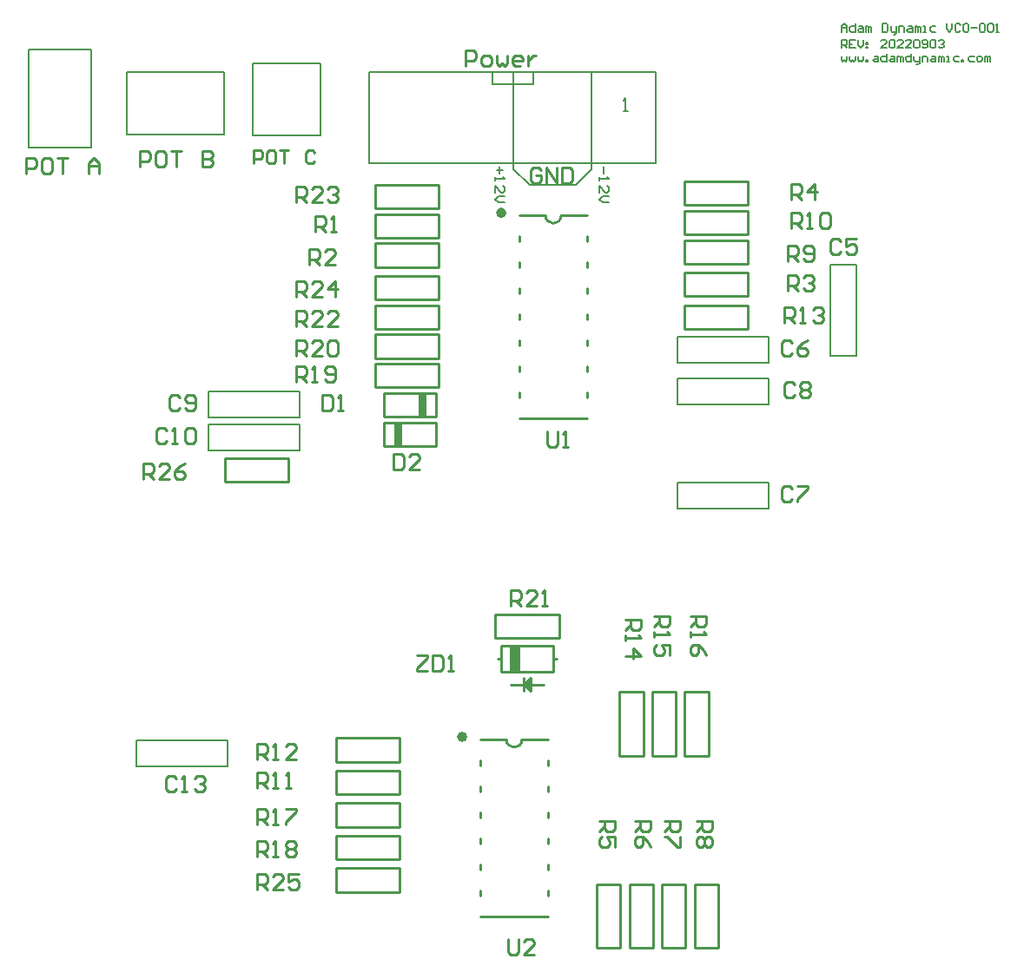
<source format=gto>
G04*
G04 #@! TF.GenerationSoftware,Altium Limited,Altium Designer,20.0.2 (26)*
G04*
G04 Layer_Color=65535*
%FSLAX43Y43*%
%MOMM*%
G71*
G01*
G75*
%ADD10C,0.508*%
%ADD11C,0.254*%
%ADD12C,0.127*%
%ADD13C,0.200*%
%ADD14C,0.150*%
%ADD15C,0.203*%
D10*
X43434Y95515D02*
G03*
X43434Y95515I-254J0D01*
G01*
X47244Y146633D02*
G03*
X47244Y146633I-254J0D01*
G01*
D11*
X47498Y95261D02*
G03*
X49022Y95261I762J0D01*
G01*
X51308Y146378D02*
G03*
X52832Y146378I762J0D01*
G01*
X44958Y77989D02*
X51562D01*
X44958Y82561D02*
Y83069D01*
Y80021D02*
Y80529D01*
Y87641D02*
Y88149D01*
Y85101D02*
Y85609D01*
Y92721D02*
Y93229D01*
Y90181D02*
Y90689D01*
X51562Y82561D02*
Y83069D01*
Y80021D02*
Y80529D01*
Y87641D02*
Y88149D01*
Y85101D02*
Y85609D01*
Y90181D02*
Y90689D01*
Y92721D02*
Y93229D01*
X49022Y95261D02*
X51562D01*
X44958D02*
X47498D01*
X39560Y126757D02*
Y129043D01*
X39306Y126757D02*
Y129043D01*
X39052Y126757D02*
Y129043D01*
X35560Y126757D02*
X40640D01*
X35560D02*
Y129043D01*
X40640Y126757D02*
Y129043D01*
X35560D02*
X40640D01*
X49629Y100178D02*
X49662Y101044D01*
X49847Y99960D02*
Y101230D01*
X47942Y100595D02*
X51117D01*
X49212D02*
X49847Y99960D01*
X49212Y100595D02*
X49847Y101230D01*
X49212Y99960D02*
Y101230D01*
X46990Y104405D02*
X52070D01*
Y101865D02*
Y104405D01*
X46990Y101865D02*
Y104405D01*
Y101865D02*
X52070D01*
X47942D02*
Y104405D01*
Y101865D02*
Y104405D01*
X48196Y101865D02*
Y104405D01*
X48450Y101865D02*
Y104405D01*
X48704Y101865D02*
Y104405D01*
X52070Y103135D02*
X52387D01*
X46672D02*
X46990D01*
X48768Y146379D02*
X51308D01*
X52832D02*
X55372D01*
X48768Y126567D02*
X55372D01*
Y143839D02*
Y144347D01*
Y141299D02*
Y141807D01*
Y136219D02*
Y136727D01*
Y138759D02*
Y139267D01*
Y131139D02*
Y131647D01*
Y133679D02*
Y134187D01*
X48768Y141299D02*
Y141807D01*
Y143839D02*
Y144347D01*
Y136219D02*
Y136727D01*
Y138759D02*
Y139267D01*
Y131139D02*
Y131647D01*
Y133679D02*
Y134187D01*
Y128599D02*
Y129107D01*
X55372Y128599D02*
Y129107D01*
X20077Y120400D02*
X26277D01*
X20077D02*
Y122700D01*
X26277Y120400D02*
Y122700D01*
X20077D02*
X26277D01*
X34682Y146513D02*
X40882D01*
Y144213D02*
Y146513D01*
X34682Y144213D02*
Y146513D01*
Y144213D02*
X40882D01*
X34682Y143655D02*
X40882D01*
Y141355D02*
Y143655D01*
X34682Y141355D02*
Y143655D01*
Y141355D02*
X40882D01*
X34682Y149370D02*
X40882D01*
Y147070D02*
Y149370D01*
X34682Y147070D02*
Y149370D01*
Y147070D02*
X40882D01*
X34682Y134765D02*
X40882D01*
Y132465D02*
Y134765D01*
X34682Y132465D02*
Y134765D01*
Y132465D02*
X40882D01*
X34682Y140480D02*
X40882D01*
Y138180D02*
Y140480D01*
X34682Y138180D02*
Y140480D01*
Y138180D02*
X40882D01*
X34682Y137623D02*
X40882D01*
Y135323D02*
Y137623D01*
X34682Y135323D02*
Y137623D01*
Y135323D02*
X40882D01*
X64845Y143973D02*
X71045D01*
Y141673D02*
Y143973D01*
X64845Y141673D02*
Y143973D01*
Y141673D02*
X71045D01*
X64845Y140798D02*
X71045D01*
Y138498D02*
Y140798D01*
X64845Y138498D02*
Y140798D01*
Y138498D02*
X71045D01*
X64845Y137623D02*
X71045D01*
Y135323D02*
Y137623D01*
X64845Y135323D02*
Y137623D01*
Y135323D02*
X71045D01*
X61792Y74952D02*
Y81153D01*
X59492Y74952D02*
X61792D01*
X59492Y81153D02*
X61792D01*
X59492Y74952D02*
Y81153D01*
X64967Y74952D02*
Y81153D01*
X62667Y74952D02*
X64967D01*
X62667Y81153D02*
X64967D01*
X62667Y74952D02*
Y81153D01*
X58617Y74952D02*
Y81152D01*
X56317Y74952D02*
X58617D01*
X56317Y81152D02*
X58617D01*
X56317Y74952D02*
Y81152D01*
X30872Y85870D02*
X37072D01*
Y83570D02*
Y85870D01*
X30872Y83570D02*
Y85870D01*
Y83570D02*
X37072D01*
X30872Y82695D02*
X37072D01*
Y80395D02*
Y82695D01*
X30872Y80395D02*
Y82695D01*
Y80395D02*
X37072D01*
X61715Y93685D02*
Y99885D01*
X64015D01*
X61715Y93685D02*
X64015D01*
Y99885D01*
X60840Y93685D02*
Y99885D01*
X58540Y93685D02*
X60840D01*
X58540Y99885D02*
X60840D01*
X58540Y93685D02*
Y99885D01*
X68142Y74952D02*
Y81152D01*
X65842Y74952D02*
X68142D01*
X65842Y81152D02*
X68142D01*
X65842Y74952D02*
Y81152D01*
X30872Y86745D02*
X37072D01*
X30872D02*
Y89045D01*
X37072Y86745D02*
Y89045D01*
X30872D02*
X37072D01*
X35560Y123900D02*
X40640D01*
X35560D02*
Y126186D01*
X40640Y123900D02*
Y126186D01*
X35560D02*
X40640D01*
X37147Y123900D02*
Y126186D01*
X36893Y123900D02*
Y126186D01*
X36639Y123900D02*
Y126186D01*
X30872Y89920D02*
X37072D01*
X30872D02*
Y92220D01*
X37072Y89920D02*
Y92220D01*
X30872D02*
X37072D01*
X30872Y93095D02*
X37072D01*
X30872D02*
Y95395D01*
X37072Y93095D02*
Y95395D01*
X30872D02*
X37072D01*
X67190Y93685D02*
Y99885D01*
X64890Y93685D02*
X67190D01*
X64890Y99885D02*
X67190D01*
X64890Y93685D02*
Y99885D01*
X46430Y105160D02*
X52630D01*
X46430D02*
Y107460D01*
X52630Y105160D02*
Y107460D01*
X46430D02*
X52630D01*
X34682Y131908D02*
X40882D01*
Y129608D02*
Y131908D01*
X34682Y129608D02*
Y131908D01*
Y129608D02*
X40882D01*
X64845Y144530D02*
X71045D01*
X64845D02*
Y146830D01*
X71045Y144530D02*
Y146830D01*
X64845D02*
X71045D01*
X64845Y149688D02*
X71045D01*
Y147388D02*
Y149688D01*
X64845Y147388D02*
Y149688D01*
Y147388D02*
X71045D01*
X50863Y150812D02*
X50609Y151066D01*
X50101D01*
X49847Y150812D01*
Y149796D01*
X50101Y149542D01*
X50609D01*
X50863Y149796D01*
Y150304D01*
X50355D01*
X51371Y149542D02*
Y151066D01*
X52387Y149542D01*
Y151066D01*
X52895D02*
Y149542D01*
X53656D01*
X53910Y149796D01*
Y150812D01*
X53656Y151066D01*
X52895D01*
X12065Y120650D02*
Y122174D01*
X12827D01*
X13081Y121920D01*
Y121412D01*
X12827Y121158D01*
X12065D01*
X12573D02*
X13081Y120650D01*
X14604D02*
X13589D01*
X14604Y121666D01*
Y121920D01*
X14350Y122174D01*
X13842D01*
X13589Y121920D01*
X16128Y122174D02*
X15620Y121920D01*
X15112Y121412D01*
Y120904D01*
X15366Y120650D01*
X15874D01*
X16128Y120904D01*
Y121158D01*
X15874Y121412D01*
X15112D01*
X59055Y106945D02*
X60578D01*
Y106183D01*
X60325Y105929D01*
X59817D01*
X59563Y106183D01*
Y106945D01*
Y106437D02*
X59055Y105929D01*
Y105422D02*
Y104914D01*
Y105168D01*
X60578D01*
X60325Y105422D01*
X59055Y103390D02*
X60578D01*
X59817Y104152D01*
Y103136D01*
X51435Y125349D02*
Y124079D01*
X51689Y123825D01*
X52197D01*
X52451Y124079D01*
Y125349D01*
X52959Y123825D02*
X53466D01*
X53212D01*
Y125349D01*
X52959Y125095D01*
X26987Y138430D02*
Y139954D01*
X27749D01*
X28003Y139700D01*
Y139192D01*
X27749Y138938D01*
X26987D01*
X27495D02*
X28003Y138430D01*
X29527D02*
X28511D01*
X29527Y139446D01*
Y139700D01*
X29273Y139954D01*
X28765D01*
X28511Y139700D01*
X30796Y138430D02*
Y139954D01*
X30035Y139192D01*
X31050D01*
X26987Y147637D02*
Y149161D01*
X27749D01*
X28003Y148907D01*
Y148399D01*
X27749Y148145D01*
X26987D01*
X27495D02*
X28003Y147637D01*
X29527D02*
X28511D01*
X29527Y148653D01*
Y148907D01*
X29273Y149161D01*
X28765D01*
X28511Y148907D01*
X30035D02*
X30288Y149161D01*
X30796D01*
X31050Y148907D01*
Y148653D01*
X30796Y148399D01*
X30542D01*
X30796D01*
X31050Y148145D01*
Y147891D01*
X30796Y147637D01*
X30288D01*
X30035Y147891D01*
X26987Y135572D02*
Y137096D01*
X27749D01*
X28003Y136842D01*
Y136334D01*
X27749Y136080D01*
X26987D01*
X27495D02*
X28003Y135572D01*
X29527D02*
X28511D01*
X29527Y136588D01*
Y136842D01*
X29273Y137096D01*
X28765D01*
X28511Y136842D01*
X31050Y135572D02*
X30035D01*
X31050Y136588D01*
Y136842D01*
X30796Y137096D01*
X30288D01*
X30035Y136842D01*
X47943Y108268D02*
Y109791D01*
X48704D01*
X48958Y109537D01*
Y109029D01*
X48704Y108775D01*
X47943D01*
X48450D02*
X48958Y108268D01*
X50482D02*
X49466D01*
X50482Y109283D01*
Y109537D01*
X50228Y109791D01*
X49720D01*
X49466Y109537D01*
X50990Y108268D02*
X51497D01*
X51243D01*
Y109791D01*
X50990Y109537D01*
X26987Y132715D02*
Y134239D01*
X27749D01*
X28003Y133985D01*
Y133477D01*
X27749Y133223D01*
X26987D01*
X27495D02*
X28003Y132715D01*
X29527D02*
X28511D01*
X29527Y133731D01*
Y133985D01*
X29273Y134239D01*
X28765D01*
X28511Y133985D01*
X30035D02*
X30288Y134239D01*
X30796D01*
X31050Y133985D01*
Y132969D01*
X30796Y132715D01*
X30288D01*
X30035Y132969D01*
Y133985D01*
X26987Y130175D02*
Y131699D01*
X27749D01*
X28003Y131445D01*
Y130937D01*
X27749Y130683D01*
X26987D01*
X27495D02*
X28003Y130175D01*
X28511D02*
X29019D01*
X28765D01*
Y131699D01*
X28511Y131445D01*
X29781Y130429D02*
X30035Y130175D01*
X30542D01*
X30796Y130429D01*
Y131445D01*
X30542Y131699D01*
X30035D01*
X29781Y131445D01*
Y131191D01*
X30035Y130937D01*
X30796D01*
X74613Y135890D02*
Y137414D01*
X75374D01*
X75628Y137160D01*
Y136652D01*
X75374Y136398D01*
X74613D01*
X75120D02*
X75628Y135890D01*
X76136D02*
X76644D01*
X76390D01*
Y137414D01*
X76136Y137160D01*
X77406D02*
X77660Y137414D01*
X78167D01*
X78421Y137160D01*
Y136906D01*
X78167Y136652D01*
X77913D01*
X78167D01*
X78421Y136398D01*
Y136144D01*
X78167Y135890D01*
X77660D01*
X77406Y136144D01*
X75247Y145098D02*
Y146621D01*
X76009D01*
X76263Y146367D01*
Y145859D01*
X76009Y145605D01*
X75247D01*
X75755D02*
X76263Y145098D01*
X76771D02*
X77279D01*
X77025D01*
Y146621D01*
X76771Y146367D01*
X78041D02*
X78295Y146621D01*
X78802D01*
X79056Y146367D01*
Y145351D01*
X78802Y145098D01*
X78295D01*
X78041Y145351D01*
Y146367D01*
X74930Y141923D02*
Y143446D01*
X75692D01*
X75946Y143192D01*
Y142684D01*
X75692Y142430D01*
X74930D01*
X75438D02*
X75946Y141923D01*
X76454Y142176D02*
X76707Y141923D01*
X77215D01*
X77469Y142176D01*
Y143192D01*
X77215Y143446D01*
X76707D01*
X76454Y143192D01*
Y142938D01*
X76707Y142684D01*
X77469D01*
X75247Y147955D02*
Y149479D01*
X76009D01*
X76263Y149225D01*
Y148717D01*
X76009Y148463D01*
X75247D01*
X75755D02*
X76263Y147955D01*
X77533D02*
Y149479D01*
X76771Y148717D01*
X77787D01*
X74930Y139065D02*
Y140589D01*
X75692D01*
X75946Y140335D01*
Y139827D01*
X75692Y139573D01*
X74930D01*
X75438D02*
X75946Y139065D01*
X76454Y140335D02*
X76707Y140589D01*
X77215D01*
X77469Y140335D01*
Y140081D01*
X77215Y139827D01*
X76961D01*
X77215D01*
X77469Y139573D01*
Y139319D01*
X77215Y139065D01*
X76707D01*
X76454Y139319D01*
X28257Y141605D02*
Y143129D01*
X29019D01*
X29273Y142875D01*
Y142367D01*
X29019Y142113D01*
X28257D01*
X28765D02*
X29273Y141605D01*
X30797D02*
X29781D01*
X30797Y142621D01*
Y142875D01*
X30543Y143129D01*
X30035D01*
X29781Y142875D01*
X28892Y144780D02*
Y146304D01*
X29654D01*
X29908Y146050D01*
Y145542D01*
X29654Y145288D01*
X28892D01*
X29400D02*
X29908Y144780D01*
X30416D02*
X30924D01*
X30670D01*
Y146304D01*
X30416Y146050D01*
X635Y150495D02*
Y152019D01*
X1397D01*
X1651Y151765D01*
Y151257D01*
X1397Y151003D01*
X635D01*
X2920Y152019D02*
X2412D01*
X2159Y151765D01*
Y150749D01*
X2412Y150495D01*
X2920D01*
X3174Y150749D01*
Y151765D01*
X2920Y152019D01*
X3682D02*
X4698D01*
X4190D01*
Y150495D01*
X6729D02*
Y151511D01*
X7237Y152019D01*
X7745Y151511D01*
Y150495D01*
Y151257D01*
X6729D01*
X11748Y151130D02*
Y152654D01*
X12509D01*
X12763Y152400D01*
Y151892D01*
X12509Y151638D01*
X11748D01*
X14033Y152654D02*
X13525D01*
X13271Y152400D01*
Y151384D01*
X13525Y151130D01*
X14033D01*
X14287Y151384D01*
Y152400D01*
X14033Y152654D01*
X14795D02*
X15810D01*
X15302D01*
Y151130D01*
X17842Y152654D02*
Y151130D01*
X18603D01*
X18857Y151384D01*
Y151638D01*
X18603Y151892D01*
X17842D01*
X18603D01*
X18857Y152146D01*
Y152400D01*
X18603Y152654D01*
X17842D01*
X22860Y151447D02*
Y152717D01*
X23495D01*
X23706Y152505D01*
Y152082D01*
X23495Y151871D01*
X22860D01*
X24764Y152717D02*
X24341D01*
X24130Y152505D01*
Y151659D01*
X24341Y151447D01*
X24764D01*
X24976Y151659D01*
Y152505D01*
X24764Y152717D01*
X25399D02*
X26246D01*
X25822D01*
Y151447D01*
X28785Y152505D02*
X28573Y152717D01*
X28150D01*
X27938Y152505D01*
Y151659D01*
X28150Y151447D01*
X28573D01*
X28785Y151659D01*
X80073Y143827D02*
X79819Y144081D01*
X79311D01*
X79058Y143827D01*
Y142811D01*
X79311Y142557D01*
X79819D01*
X80073Y142811D01*
X81597Y144081D02*
X80581D01*
Y143319D01*
X81089Y143573D01*
X81343D01*
X81597Y143319D01*
Y142811D01*
X81343Y142557D01*
X80835D01*
X80581Y142811D01*
X75311Y133985D02*
X75057Y134239D01*
X74549D01*
X74295Y133985D01*
Y132969D01*
X74549Y132715D01*
X75057D01*
X75311Y132969D01*
X76834Y134239D02*
X76326Y133985D01*
X75819Y133477D01*
Y132969D01*
X76072Y132715D01*
X76580D01*
X76834Y132969D01*
Y133223D01*
X76580Y133477D01*
X75819D01*
X75311Y119697D02*
X75057Y119951D01*
X74549D01*
X74295Y119697D01*
Y118681D01*
X74549Y118427D01*
X75057D01*
X75311Y118681D01*
X75819Y119951D02*
X76834D01*
Y119697D01*
X75819Y118681D01*
Y118427D01*
X38735Y103441D02*
X39751D01*
Y103187D01*
X38735Y102171D01*
Y101918D01*
X39751D01*
X40259Y103441D02*
Y101918D01*
X41020D01*
X41274Y102171D01*
Y103187D01*
X41020Y103441D01*
X40259D01*
X41782Y101918D02*
X42290D01*
X42036D01*
Y103441D01*
X41782Y103187D01*
X43498Y160973D02*
Y162496D01*
X44259D01*
X44513Y162242D01*
Y161734D01*
X44259Y161480D01*
X43498D01*
X45275Y160973D02*
X45783D01*
X46037Y161226D01*
Y161734D01*
X45783Y161988D01*
X45275D01*
X45021Y161734D01*
Y161226D01*
X45275Y160973D01*
X46545Y161988D02*
Y161226D01*
X46798Y160973D01*
X47052Y161226D01*
X47306Y160973D01*
X47560Y161226D01*
Y161988D01*
X48830Y160973D02*
X48322D01*
X48068Y161226D01*
Y161734D01*
X48322Y161988D01*
X48830D01*
X49084Y161734D01*
Y161480D01*
X48068D01*
X49592Y161988D02*
Y160973D01*
Y161480D01*
X49845Y161734D01*
X50099Y161988D01*
X50353D01*
X15303Y91440D02*
X15049Y91694D01*
X14541D01*
X14288Y91440D01*
Y90424D01*
X14541Y90170D01*
X15049D01*
X15303Y90424D01*
X15811Y90170D02*
X16319D01*
X16065D01*
Y91694D01*
X15811Y91440D01*
X17081D02*
X17335Y91694D01*
X17842D01*
X18096Y91440D01*
Y91186D01*
X17842Y90932D01*
X17588D01*
X17842D01*
X18096Y90678D01*
Y90424D01*
X17842Y90170D01*
X17335D01*
X17081Y90424D01*
X14351Y125412D02*
X14097Y125666D01*
X13589D01*
X13335Y125412D01*
Y124396D01*
X13589Y124143D01*
X14097D01*
X14351Y124396D01*
X14859Y124143D02*
X15366D01*
X15112D01*
Y125666D01*
X14859Y125412D01*
X16128D02*
X16382Y125666D01*
X16890D01*
X17144Y125412D01*
Y124396D01*
X16890Y124143D01*
X16382D01*
X16128Y124396D01*
Y125412D01*
X15621Y128587D02*
X15367Y128841D01*
X14859D01*
X14605Y128587D01*
Y127571D01*
X14859Y127317D01*
X15367D01*
X15621Y127571D01*
X16129D02*
X16382Y127317D01*
X16890D01*
X17144Y127571D01*
Y128587D01*
X16890Y128841D01*
X16382D01*
X16129Y128587D01*
Y128333D01*
X16382Y128079D01*
X17144D01*
X75628Y129857D02*
X75374Y130111D01*
X74866D01*
X74613Y129857D01*
Y128841D01*
X74866Y128587D01*
X75374D01*
X75628Y128841D01*
X76136Y129857D02*
X76390Y130111D01*
X76898D01*
X77152Y129857D01*
Y129603D01*
X76898Y129349D01*
X77152Y129095D01*
Y128841D01*
X76898Y128587D01*
X76390D01*
X76136Y128841D01*
Y129095D01*
X76390Y129349D01*
X76136Y129603D01*
Y129857D01*
X76390Y129349D02*
X76898D01*
X29528Y128841D02*
Y127317D01*
X30289D01*
X30543Y127571D01*
Y128587D01*
X30289Y128841D01*
X29528D01*
X31051Y127317D02*
X31559D01*
X31305D01*
Y128841D01*
X31051Y128587D01*
X36512Y123074D02*
Y121550D01*
X37274D01*
X37528Y121804D01*
Y122820D01*
X37274Y123074D01*
X36512D01*
X39052Y121550D02*
X38036D01*
X39052Y122566D01*
Y122820D01*
X38798Y123074D01*
X38290D01*
X38036Y122820D01*
X56515Y87260D02*
X58038D01*
Y86498D01*
X57785Y86244D01*
X57277D01*
X57023Y86498D01*
Y87260D01*
Y86752D02*
X56515Y86244D01*
X58038Y84721D02*
Y85737D01*
X57277D01*
X57531Y85229D01*
Y84975D01*
X57277Y84721D01*
X56769D01*
X56515Y84975D01*
Y85483D01*
X56769Y85737D01*
X60007Y87260D02*
X61531D01*
Y86498D01*
X61277Y86244D01*
X60769D01*
X60515Y86498D01*
Y87260D01*
Y86752D02*
X60007Y86244D01*
X61531Y84721D02*
X61277Y85229D01*
X60769Y85737D01*
X60261D01*
X60007Y85483D01*
Y84975D01*
X60261Y84721D01*
X60515D01*
X60769Y84975D01*
Y85737D01*
X62865Y87260D02*
X64388D01*
Y86498D01*
X64135Y86244D01*
X63627D01*
X63373Y86498D01*
Y87260D01*
Y86752D02*
X62865Y86244D01*
X64388Y85737D02*
Y84721D01*
X64135D01*
X63119Y85737D01*
X62865D01*
X66040Y87260D02*
X67563D01*
Y86498D01*
X67310Y86244D01*
X66802D01*
X66548Y86498D01*
Y87260D01*
Y86752D02*
X66040Y86244D01*
X67310Y85737D02*
X67563Y85483D01*
Y84975D01*
X67310Y84721D01*
X67056D01*
X66802Y84975D01*
X66548Y84721D01*
X66294D01*
X66040Y84975D01*
Y85483D01*
X66294Y85737D01*
X66548D01*
X66802Y85483D01*
X67056Y85737D01*
X67310D01*
X66802Y85483D02*
Y84975D01*
X23177Y90488D02*
Y92011D01*
X23939D01*
X24193Y91757D01*
Y91249D01*
X23939Y90995D01*
X23177D01*
X23685D02*
X24193Y90488D01*
X24701D02*
X25209D01*
X24955D01*
Y92011D01*
X24701Y91757D01*
X25971Y90488D02*
X26478D01*
X26225D01*
Y92011D01*
X25971Y91757D01*
X23177Y93345D02*
Y94869D01*
X23939D01*
X24193Y94615D01*
Y94107D01*
X23939Y93853D01*
X23177D01*
X23685D02*
X24193Y93345D01*
X24701D02*
X25209D01*
X24955D01*
Y94869D01*
X24701Y94615D01*
X26986Y93345D02*
X25971D01*
X26986Y94361D01*
Y94615D01*
X26732Y94869D01*
X26225D01*
X25971Y94615D01*
X61912Y107262D02*
X63436D01*
Y106501D01*
X63182Y106247D01*
X62674D01*
X62420Y106501D01*
Y107262D01*
Y106755D02*
X61912Y106247D01*
Y105739D02*
Y105231D01*
Y105485D01*
X63436D01*
X63182Y105739D01*
X63436Y103454D02*
Y104469D01*
X62674D01*
X62928Y103962D01*
Y103708D01*
X62674Y103454D01*
X62166D01*
X61912Y103708D01*
Y104215D01*
X62166Y104469D01*
X65405Y107262D02*
X66928D01*
Y106501D01*
X66675Y106247D01*
X66167D01*
X65913Y106501D01*
Y107262D01*
Y106755D02*
X65405Y106247D01*
Y105739D02*
Y105231D01*
Y105485D01*
X66928D01*
X66675Y105739D01*
X66928Y103454D02*
X66675Y103962D01*
X66167Y104469D01*
X65659D01*
X65405Y104215D01*
Y103708D01*
X65659Y103454D01*
X65913D01*
X66167Y103708D01*
Y104469D01*
X23177Y86995D02*
Y88519D01*
X23939D01*
X24193Y88265D01*
Y87757D01*
X23939Y87503D01*
X23177D01*
X23685D02*
X24193Y86995D01*
X24701D02*
X25209D01*
X24955D01*
Y88519D01*
X24701Y88265D01*
X25971Y88519D02*
X26986D01*
Y88265D01*
X25971Y87249D01*
Y86995D01*
X23177Y83820D02*
Y85344D01*
X23939D01*
X24193Y85090D01*
Y84582D01*
X23939Y84328D01*
X23177D01*
X23685D02*
X24193Y83820D01*
X24701D02*
X25209D01*
X24955D01*
Y85344D01*
X24701Y85090D01*
X25971D02*
X26225Y85344D01*
X26732D01*
X26986Y85090D01*
Y84836D01*
X26732Y84582D01*
X26986Y84328D01*
Y84074D01*
X26732Y83820D01*
X26225D01*
X25971Y84074D01*
Y84328D01*
X26225Y84582D01*
X25971Y84836D01*
Y85090D01*
X26225Y84582D02*
X26732D01*
X23177Y80645D02*
Y82169D01*
X23939D01*
X24193Y81915D01*
Y81407D01*
X23939Y81153D01*
X23177D01*
X23685D02*
X24193Y80645D01*
X25717D02*
X24701D01*
X25717Y81661D01*
Y81915D01*
X25463Y82169D01*
X24955D01*
X24701Y81915D01*
X27240Y82169D02*
X26225D01*
Y81407D01*
X26732Y81661D01*
X26986D01*
X27240Y81407D01*
Y80899D01*
X26986Y80645D01*
X26478D01*
X26225Y80899D01*
X47625Y75819D02*
Y74549D01*
X47879Y74295D01*
X48387D01*
X48641Y74549D01*
Y75819D01*
X50164Y74295D02*
X49149D01*
X50164Y75311D01*
Y75565D01*
X49910Y75819D01*
X49402D01*
X49149Y75565D01*
D12*
X55811Y150914D02*
Y160439D01*
X54224Y149326D02*
X55811Y150914D01*
X49779Y149326D02*
X54224D01*
X48191Y150914D02*
X49779Y149326D01*
X48191Y150914D02*
Y160494D01*
X46100Y159142D02*
Y160393D01*
Y159142D02*
X50100D01*
Y160393D01*
X34130Y151503D02*
X62070D01*
Y160393D01*
X34130D02*
X62070D01*
X34130Y151503D02*
Y160393D01*
X29335Y154180D02*
Y161234D01*
X22735Y154180D02*
X29335D01*
X22735D02*
Y161234D01*
X29335D01*
X953Y153035D02*
X7049D01*
Y162560D01*
X953D02*
X7049D01*
X953Y153035D02*
Y162560D01*
X10477Y154305D02*
X20003D01*
X10477D02*
Y160401D01*
X20003D01*
Y154305D02*
Y160401D01*
D13*
X79057Y132662D02*
Y141552D01*
Y132662D02*
X81597D01*
Y141552D01*
X79057D02*
X81597D01*
X20320Y92658D02*
Y95198D01*
X11430Y92658D02*
X20320D01*
X11430D02*
Y95198D01*
X20320D01*
X64135Y117793D02*
Y120333D01*
X73025D01*
Y117793D02*
Y120333D01*
X64135Y117793D02*
X73025D01*
X64135Y134568D02*
X73025D01*
X64135Y132028D02*
Y134568D01*
Y132028D02*
X73025D01*
Y134568D01*
X18415Y123455D02*
X27305D01*
Y125995D01*
X18415D02*
X27305D01*
X18415Y123455D02*
Y125995D01*
X64135Y127953D02*
X73025D01*
Y130493D01*
X64135D02*
X73025D01*
X64135Y127953D02*
Y130493D01*
X18415Y126630D02*
Y129170D01*
X27305D01*
Y126630D02*
Y129170D01*
X18415Y126630D02*
X27305D01*
X46855Y151130D02*
Y150464D01*
X47188Y150797D02*
X46522D01*
X46355Y150130D02*
Y149797D01*
Y149964D01*
X47355D01*
X47188Y150130D01*
X46355Y148631D02*
Y149297D01*
X47021Y148631D01*
X47188D01*
X47355Y148797D01*
Y149131D01*
X47188Y149297D01*
X47355Y148298D02*
X46688D01*
X46355Y147964D01*
X46688Y147631D01*
X47355D01*
X57015Y151130D02*
Y150464D01*
X56515Y150130D02*
Y149797D01*
Y149964D01*
X57515D01*
X57348Y150130D01*
X56515Y148631D02*
Y149297D01*
X57181Y148631D01*
X57348D01*
X57515Y148797D01*
Y149131D01*
X57348Y149297D01*
X57515Y148298D02*
X56848D01*
X56515Y147964D01*
X56848Y147631D01*
X57515D01*
D14*
X80160Y164295D02*
Y164828D01*
X80427Y165095D01*
X80693Y164828D01*
Y164295D01*
Y164695D01*
X80160D01*
X81493Y165095D02*
Y164295D01*
X81093D01*
X80960Y164428D01*
Y164695D01*
X81093Y164828D01*
X81493D01*
X81893D02*
X82159D01*
X82293Y164695D01*
Y164295D01*
X81893D01*
X81759Y164428D01*
X81893Y164562D01*
X82293D01*
X82559Y164295D02*
Y164828D01*
X82693D01*
X82826Y164695D01*
Y164295D01*
Y164695D01*
X82959Y164828D01*
X83092Y164695D01*
Y164295D01*
X84159Y165095D02*
Y164295D01*
X84559D01*
X84692Y164428D01*
Y164961D01*
X84559Y165095D01*
X84159D01*
X84958Y164828D02*
Y164428D01*
X85092Y164295D01*
X85492D01*
Y164162D01*
X85358Y164028D01*
X85225D01*
X85492Y164295D02*
Y164828D01*
X85758Y164295D02*
Y164828D01*
X86158D01*
X86291Y164695D01*
Y164295D01*
X86691Y164828D02*
X86958D01*
X87091Y164695D01*
Y164295D01*
X86691D01*
X86558Y164428D01*
X86691Y164562D01*
X87091D01*
X87358Y164295D02*
Y164828D01*
X87491D01*
X87624Y164695D01*
Y164295D01*
Y164695D01*
X87758Y164828D01*
X87891Y164695D01*
Y164295D01*
X88157D02*
X88424D01*
X88291D01*
Y164828D01*
X88157D01*
X89357D02*
X88957D01*
X88824Y164695D01*
Y164428D01*
X88957Y164295D01*
X89357D01*
X90423Y165095D02*
Y164562D01*
X90690Y164295D01*
X90957Y164562D01*
Y165095D01*
X91756Y164961D02*
X91623Y165095D01*
X91356D01*
X91223Y164961D01*
Y164428D01*
X91356Y164295D01*
X91623D01*
X91756Y164428D01*
X92423Y165095D02*
X92156D01*
X92023Y164961D01*
Y164428D01*
X92156Y164295D01*
X92423D01*
X92556Y164428D01*
Y164961D01*
X92423Y165095D01*
X92823Y164695D02*
X93356D01*
X93622Y164961D02*
X93756Y165095D01*
X94022D01*
X94155Y164961D01*
Y164428D01*
X94022Y164295D01*
X93756D01*
X93622Y164428D01*
Y164961D01*
X94422D02*
X94555Y165095D01*
X94822D01*
X94955Y164961D01*
Y164428D01*
X94822Y164295D01*
X94555D01*
X94422Y164428D01*
Y164961D01*
X95222Y164295D02*
X95488D01*
X95355D01*
Y165095D01*
X95222Y164961D01*
X80160Y162709D02*
Y163508D01*
X80560D01*
X80693Y163375D01*
Y163109D01*
X80560Y162975D01*
X80160D01*
X80427D02*
X80693Y162709D01*
X81493Y163508D02*
X80960D01*
Y162709D01*
X81493D01*
X80960Y163109D02*
X81226D01*
X81759Y163508D02*
Y162975D01*
X82026Y162709D01*
X82293Y162975D01*
Y163508D01*
X82559Y163242D02*
X82693D01*
Y163109D01*
X82559D01*
Y163242D01*
Y162842D02*
X82693D01*
Y162709D01*
X82559D01*
Y162842D01*
X84559Y162709D02*
X84025D01*
X84559Y163242D01*
Y163375D01*
X84425Y163508D01*
X84159D01*
X84025Y163375D01*
X84825D02*
X84958Y163508D01*
X85225D01*
X85358Y163375D01*
Y162842D01*
X85225Y162709D01*
X84958D01*
X84825Y162842D01*
Y163375D01*
X86158Y162709D02*
X85625D01*
X86158Y163242D01*
Y163375D01*
X86025Y163508D01*
X85758D01*
X85625Y163375D01*
X86958Y162709D02*
X86425D01*
X86958Y163242D01*
Y163375D01*
X86825Y163508D01*
X86558D01*
X86425Y163375D01*
X87224D02*
X87358Y163508D01*
X87624D01*
X87758Y163375D01*
Y162842D01*
X87624Y162709D01*
X87358D01*
X87224Y162842D01*
Y163375D01*
X88024Y162842D02*
X88157Y162709D01*
X88424D01*
X88557Y162842D01*
Y163375D01*
X88424Y163508D01*
X88157D01*
X88024Y163375D01*
Y163242D01*
X88157Y163109D01*
X88557D01*
X88824Y163375D02*
X88957Y163508D01*
X89224D01*
X89357Y163375D01*
Y162842D01*
X89224Y162709D01*
X88957D01*
X88824Y162842D01*
Y163375D01*
X89624D02*
X89757Y163508D01*
X90023D01*
X90157Y163375D01*
Y163242D01*
X90023Y163109D01*
X89890D01*
X90023D01*
X90157Y162975D01*
Y162842D01*
X90023Y162709D01*
X89757D01*
X89624Y162842D01*
X80160Y161922D02*
Y161522D01*
X80293Y161389D01*
X80427Y161522D01*
X80560Y161389D01*
X80693Y161522D01*
Y161922D01*
X80960D02*
Y161522D01*
X81093Y161389D01*
X81226Y161522D01*
X81360Y161389D01*
X81493Y161522D01*
Y161922D01*
X81759D02*
Y161522D01*
X81893Y161389D01*
X82026Y161522D01*
X82159Y161389D01*
X82293Y161522D01*
Y161922D01*
X82559Y161389D02*
Y161522D01*
X82693D01*
Y161389D01*
X82559D01*
X83359Y161922D02*
X83626D01*
X83759Y161789D01*
Y161389D01*
X83359D01*
X83226Y161522D01*
X83359Y161656D01*
X83759D01*
X84559Y162189D02*
Y161389D01*
X84159D01*
X84025Y161522D01*
Y161789D01*
X84159Y161922D01*
X84559D01*
X84958D02*
X85225D01*
X85358Y161789D01*
Y161389D01*
X84958D01*
X84825Y161522D01*
X84958Y161656D01*
X85358D01*
X85625Y161389D02*
Y161922D01*
X85758D01*
X85891Y161789D01*
Y161389D01*
Y161789D01*
X86025Y161922D01*
X86158Y161789D01*
Y161389D01*
X86958Y162189D02*
Y161389D01*
X86558D01*
X86425Y161522D01*
Y161789D01*
X86558Y161922D01*
X86958D01*
X87224D02*
Y161522D01*
X87358Y161389D01*
X87758D01*
Y161256D01*
X87624Y161122D01*
X87491D01*
X87758Y161389D02*
Y161922D01*
X88024Y161389D02*
Y161922D01*
X88424D01*
X88557Y161789D01*
Y161389D01*
X88957Y161922D02*
X89224D01*
X89357Y161789D01*
Y161389D01*
X88957D01*
X88824Y161522D01*
X88957Y161656D01*
X89357D01*
X89624Y161389D02*
Y161922D01*
X89757D01*
X89890Y161789D01*
Y161389D01*
Y161789D01*
X90023Y161922D01*
X90157Y161789D01*
Y161389D01*
X90423D02*
X90690D01*
X90557D01*
Y161922D01*
X90423D01*
X91623D02*
X91223D01*
X91090Y161789D01*
Y161522D01*
X91223Y161389D01*
X91623D01*
X91890D02*
Y161522D01*
X92023D01*
Y161389D01*
X91890D01*
X93089Y161922D02*
X92689D01*
X92556Y161789D01*
Y161522D01*
X92689Y161389D01*
X93089D01*
X93489D02*
X93756D01*
X93889Y161522D01*
Y161789D01*
X93756Y161922D01*
X93489D01*
X93356Y161789D01*
Y161522D01*
X93489Y161389D01*
X94155D02*
Y161922D01*
X94289D01*
X94422Y161789D01*
Y161389D01*
Y161789D01*
X94555Y161922D01*
X94689Y161789D01*
Y161389D01*
D15*
X58895Y156527D02*
X59318D01*
X59107D01*
Y157797D01*
X58895Y157585D01*
M02*

</source>
